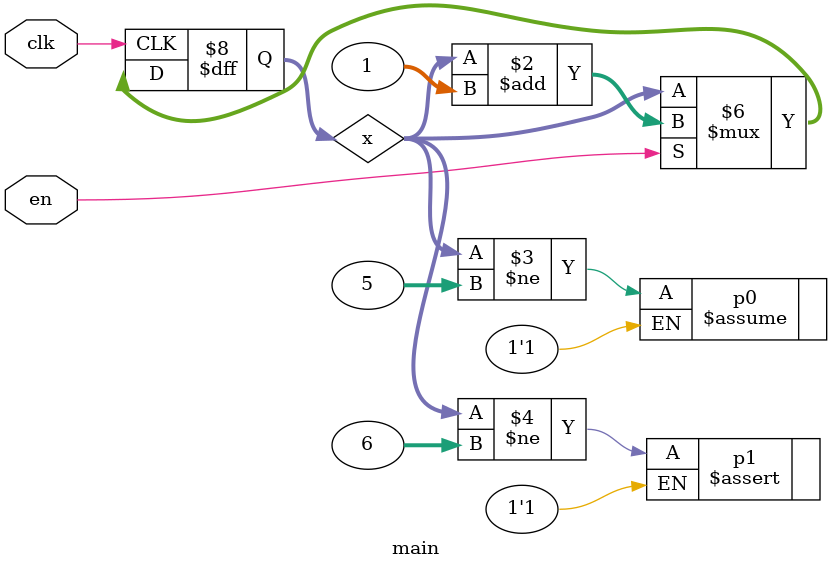
<source format=sv>
module main(input clk, input en);

  reg [31:0] x;

  initial x=0;

  always @(posedge clk)
    if(en)
      x<=x+1;

  p0: restrict property (x!=5);

  p1: assert property (x!=6);

endmodule

</source>
